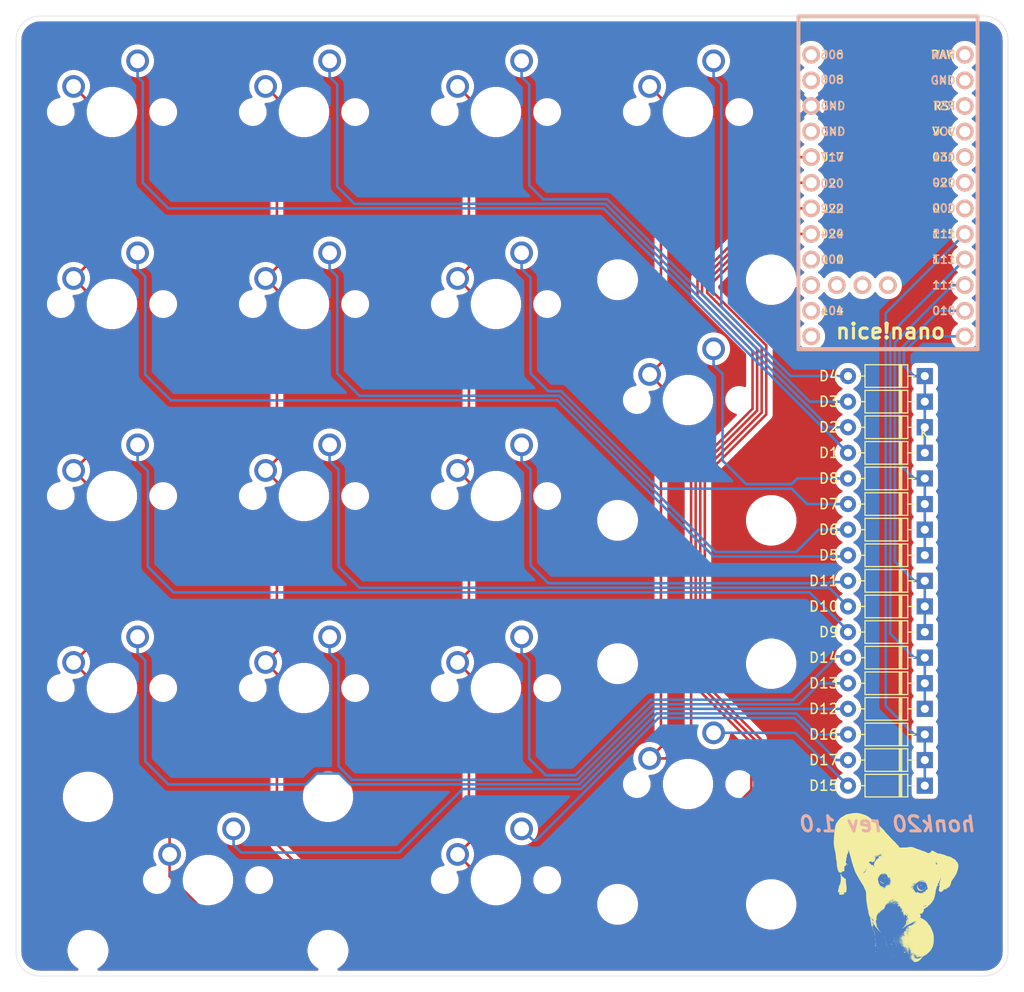
<source format=kicad_pcb>
(kicad_pcb (version 20171130) (host pcbnew "(5.1.4)-1")
  (layers (0 F.Cu signal) (31 B.Cu signal) (34 B.Paste user) (35 F.Paste user) (36 B.SilkS user) (37 F.SilkS user) (38 B.Mask user) (39 F.Mask user) (44 Edge.Cuts user))
  (net 0 "")
  (net 1 "Net-(D1-Pad2)")
  (net 2 ROW0)
  (net 3 "Net-(D2-Pad2)")
  (net 4 "Net-(D3-Pad2)")
  (net 5 "Net-(D4-Pad2)")
  (net 6 "Net-(D5-Pad2)")
  (net 7 ROW1)
  (net 8 "Net-(D6-Pad2)")
  (net 9 "Net-(D7-Pad2)")
  (net 10 "Net-(D8-Pad2)")
  (net 11 "Net-(D9-Pad2)")
  (net 12 ROW2)
  (net 13 "Net-(D10-Pad2)")
  (net 14 "Net-(D11-Pad2)")
  (net 15 "Net-(D12-Pad2)")
  (net 16 ROW3)
  (net 17 "Net-(D13-Pad2)")
  (net 18 "Net-(D14-Pad2)")
  (net 19 "Net-(D15-Pad2)")
  (net 20 "Net-(D16-Pad2)")
  (net 21 ROW4)
  (net 22 "Net-(D17-Pad2)")
  (net 23 COL0)
  (net 24 COL1)
  (net 25 COL2)
  (net 26 COL3)
  (net 27 "Net-(U1-Pad1)")
  (net 28 "Net-(U1-Pad2)")
  (net 29 "Net-(U1-Pad3)")
  (net 30 "Net-(U1-Pad4)")
  (net 31 "Net-(U1-Pad9)")
  (net 32 "Net-(U1-Pad10)")
  (net 33 "Net-(U1-Pad11)")
  (net 34 "Net-(U1-Pad18)")
  (net 35 "Net-(U1-Pad19)")
  (net 36 "Net-(U1-Pad20)")
  (net 37 "Net-(U1-Pad21)")
  (net 38 "Net-(U1-Pad22)")
  (net 39 "Net-(U1-Pad23)")
  (net 40 "Net-(U1-Pad12)")
  (net 41 "Net-(U1-Pad24)")
  (net 42 "Net-(U1-Pad31)")
  (net 43 "Net-(U1-Pad32)")
  (net 44 "Net-(U1-Pad33)")
  (module pcb-art:martinwithball (layer F.Cu) (at 119.0625 117.475)
    (fp_text reference G*** hide)
    (fp_text value LOGO hide)
  )
  (module MX_Only:MXOnly-1U-NoLED (layer F.Cu) (at 98.425 40.48125)
    (fp_text reference MX4)
    (fp_text value MX-NoLED)
    (pad 2 thru_hole circle (at 2.54 -5.08) (size 2.25 2.25) (drill 1.47) (layers *.Cu B.Mask) (net 5 "Net-(D4-Pad2)"))
    (pad "" np_thru_hole circle (at 0 0) (size 3.9878 3.9878) (drill 3.9878) (layers *.Cu *.Mask))
    (pad 1 thru_hole circle (at -3.81 -2.54) (size 2.25 2.25) (drill 1.47) (layers *.Cu B.Mask) (net 26 COL3))
    (pad "" np_thru_hole circle (at -5.08 0 48.0996) (size 1.75 1.75) (drill 1.75) (layers *.Cu *.Mask))
    (pad "" np_thru_hole circle (at 5.08 0 48.0996) (size 1.75 1.75) (drill 1.75) (layers *.Cu *.Mask))
  )
  (module MX_Only:MXOnly-1U-NoLED (layer F.Cu) (at 41.275 59.53125)
    (fp_text reference MX5)
    (fp_text value MX-NoLED)
    (pad 2 thru_hole circle (at 2.54 -5.08) (size 2.25 2.25) (drill 1.47) (layers *.Cu B.Mask) (net 6 "Net-(D5-Pad2)"))
    (pad "" np_thru_hole circle (at 0 0) (size 3.9878 3.9878) (drill 3.9878) (layers *.Cu *.Mask))
    (pad 1 thru_hole circle (at -3.81 -2.54) (size 2.25 2.25) (drill 1.47) (layers *.Cu B.Mask) (net 23 COL0))
    (pad "" np_thru_hole circle (at -5.08 0 48.0996) (size 1.75 1.75) (drill 1.75) (layers *.Cu *.Mask))
    (pad "" np_thru_hole circle (at 5.08 0 48.0996) (size 1.75 1.75) (drill 1.75) (layers *.Cu *.Mask))
  )
  (module MX_Only:MXOnly-2U-VerticalStabilizers-NoLED (layer F.Cu) (at 98.425 69.05625)
    (fp_text reference MX8)
    (fp_text value MX-NoLED hide)
    (pad "" np_thru_hole circle (at -6.985 -11.938 180) (size 3.048 3.048) (drill 3.048) (layers *.Cu *.Mask))
    (pad "" np_thru_hole circle (at -6.985 11.938 90) (size 3.048 3.048) (drill 3.048) (layers *.Cu *.Mask))
    (pad "" np_thru_hole circle (at 5.08 0 48.0996) (size 1.75 1.75) (drill 1.75) (layers *.Cu *.Mask))
    (pad "" np_thru_hole circle (at -5.08 0 48.0996) (size 1.75 1.75) (drill 1.75) (layers *.Cu *.Mask))
    (pad 1 thru_hole circle (at -3.81 -2.54) (size 2.25 2.25) (drill 1.47) (layers *.Cu B.Mask) (net 26 COL3))
    (pad "" np_thru_hole circle (at 0 0) (size 3.9878 3.9878) (drill 3.9878) (layers *.Cu *.Mask))
    (pad 2 thru_hole circle (at 2.54 -5.08) (size 2.25 2.25) (drill 1.47) (layers *.Cu B.Mask) (net 10 "Net-(D8-Pad2)"))
    (pad "" np_thru_hole circle (at 8.255 -11.938 90) (size 3.9878 3.9878) (drill 3.9878) (layers *.Cu *.Mask))
    (pad "" np_thru_hole circle (at 8.255 11.938 90) (size 3.9878 3.9878) (drill 3.9878) (layers *.Cu *.Mask))
  )
  (module MX_Only:MXOnly-2U-ReversedStabilizers-NoLED (layer F.Cu) (at 50.8 116.68125)
    (fp_text reference MX16)
    (fp_text value MX-NoLED)
    (pad 2 thru_hole circle (at 2.54 -5.08) (size 2.25 2.25) (drill 1.47) (layers *.Cu B.Mask) (net 20 "Net-(D16-Pad2)"))
    (pad "" np_thru_hole circle (at 0 0) (size 3.9878 3.9878) (drill 3.9878) (layers *.Cu *.Mask))
    (pad 1 thru_hole circle (at -3.81 -2.54) (size 2.25 2.25) (drill 1.47) (layers *.Cu B.Mask) (net 23 COL0))
    (pad "" np_thru_hole circle (at -5.08 0 48.0996) (size 1.75 1.75) (drill 1.75) (layers *.Cu *.Mask))
    (pad "" np_thru_hole circle (at 5.08 0 48.0996) (size 1.75 1.75) (drill 1.75) (layers *.Cu *.Mask))
    (pad "" np_thru_hole circle (at -11.90625 6.985) (size 3.048 3.048) (drill 3.048) (layers *.Cu *.Mask))
    (pad "" np_thru_hole circle (at 11.90625 6.985) (size 3.048 3.048) (drill 3.048) (layers *.Cu *.Mask))
    (pad "" np_thru_hole circle (at -11.90625 -8.255) (size 3.9878 3.9878) (drill 3.9878) (layers *.Cu *.Mask))
    (pad "" np_thru_hole circle (at 11.90625 -8.255) (size 3.9878 3.9878) (drill 3.9878) (layers *.Cu *.Mask))
  )
  (module nice-nano-kicad:nice_nano (layer F.Cu) (at 118.26875 48.768 270)
    (fp_text reference U1 hide)
    (fp_text value nice_nano hide)
    (fp_text user RST (at -8.89 -5.588) (layer B.SilkS) (effects (font (size 0.8 0.8)) (justify mirror)))
    (fp_text user 006 (at -13.97 5.53719) (layer F.SilkS) (effects (font (size 0.8 0.8))))
    (fp_text user 006 (at -13.97 5.53719) (layer B.SilkS) (effects (font (size 0.8 0.8)) (justify mirror)))
    (fp_text user 008 (at -11.5 5.53719) (layer F.SilkS) (effects (font (size 0.8 0.8))))
    (fp_text user 020 (at -1.2 5.53719) (layer F.SilkS) (effects (font (size 0.8 0.8))))
    (fp_text user 017 (at -3.8 5.53719) (layer F.SilkS) (effects (font (size 0.8 0.8))))
    (fp_text user GND (at -6.35 5.461) (layer F.SilkS) (effects (font (size 0.8 0.8))))
    (fp_text user GND (at -8.89 5.461) (layer F.SilkS) (effects (font (size 0.8 0.8))))
    (fp_text user 022 (at 1.3 5.53719) (layer F.SilkS) (effects (font (size 0.8 0.8))))
    (fp_text user 024 (at 3.81 5.53719) (layer F.SilkS) (effects (font (size 0.8 0.8))))
    (fp_text user 100 (at 6.35 5.53719) (layer F.SilkS) (effects (font (size 0.8 0.8))))
    (fp_text user 104 (at 11.43 5.53719) (layer F.SilkS) (effects (font (size 0.8 0.8))))
    (fp_text user 010 (at 11.43 -5.537191) (layer B.SilkS) (effects (font (size 0.8 0.8)) (justify mirror)))
    (fp_text user 111 (at 8.89 -5.537191) (layer F.SilkS) (effects (font (size 0.8 0.8))))
    (fp_text user 113 (at 6.35 -5.537191) (layer F.SilkS) (effects (font (size 0.8 0.8))))
    (fp_text user 115 (at 3.81 -5.537191) (layer B.SilkS) (effects (font (size 0.8 0.8)) (justify mirror)))
    (fp_text user 002 (at 1.27 -5.537191) (layer B.SilkS) (effects (font (size 0.8 0.8)) (justify mirror)))
    (fp_text user 029 (at -1.27 -5.537191) (layer B.SilkS) (effects (font (size 0.8 0.8)) (justify mirror)))
    (fp_text user 031 (at -3.81 -5.537191) (layer F.SilkS) (effects (font (size 0.8 0.8))))
    (fp_text user VCC (at -6.35 -5.537191) (layer F.SilkS) (effects (font (size 0.8 0.8))))
    (fp_text user RST (at -8.89 -5.588) (layer F.SilkS) (effects (font (size 0.8 0.8))))
    (fp_text user GND (at -11.43 -5.454667) (layer F.SilkS) (effects (font (size 0.8 0.8))))
    (fp_text user RAW (at -13.97 -5.473715) (layer F.SilkS) (effects (font (size 0.8 0.8))))
    (fp_text user RAW (at -13.97 -5.473715) (layer B.SilkS) (effects (font (size 0.8 0.8)) (justify mirror)))
    (fp_text user GND (at -11.43 -5.454667) (layer B.SilkS) (effects (font (size 0.8 0.8)) (justify mirror)))
    (fp_text user VCC (at -6.35 -5.537191) (layer B.SilkS) (effects (font (size 0.8 0.8)) (justify mirror)))
    (fp_text user 031 (at -3.81 -5.537191) (layer B.SilkS) (effects (font (size 0.8 0.8)) (justify mirror)))
    (fp_text user 029 (at -1.27 -5.537191) (layer F.SilkS) (effects (font (size 0.8 0.8))))
    (fp_text user 002 (at 1.27 -5.537191) (layer F.SilkS) (effects (font (size 0.8 0.8))))
    (fp_text user 115 (at 3.81 -5.537191) (layer F.SilkS) (effects (font (size 0.8 0.8))))
    (fp_text user 113 (at 6.35 -5.537191) (layer B.SilkS) (effects (font (size 0.8 0.8)) (justify mirror)))
    (fp_text user 111 (at 8.89 -5.537191) (layer B.SilkS) (effects (font (size 0.8 0.8)) (justify mirror)))
    (fp_text user 010 (at 11.43 -5.537191) (layer F.SilkS) (effects (font (size 0.8 0.8))))
    (fp_text user 104 (at 11.43 5.53719) (layer B.SilkS) (effects (font (size 0.8 0.8)) (justify mirror)))
    (fp_text user 100 (at 6.35 5.53719) (layer B.SilkS) (effects (font (size 0.8 0.8)) (justify mirror)))
    (fp_text user 024 (at 3.8 5.53719) (layer B.SilkS) (effects (font (size 0.8 0.8)) (justify mirror)))
    (fp_text user 022 (at 1.3 5.53719) (layer B.SilkS) (effects (font (size 0.8 0.8)) (justify mirror)))
    (fp_text user GND (at -8.89 5.461) (layer B.SilkS) (effects (font (size 0.8 0.8)) (justify mirror)))
    (fp_text user GND (at -6.35 5.461) (layer B.SilkS) (effects (font (size 0.8 0.8)) (justify mirror)))
    (fp_text user 017 (at -3.81 5.53719) (layer B.SilkS) (effects (font (size 0.8 0.8)) (justify mirror)))
    (fp_text user 020 (at -1.2 5.53719) (layer B.SilkS) (effects (font (size 0.8 0.8)) (justify mirror)))
    (fp_text user 008 (at -11.5 5.53719) (layer B.SilkS) (effects (font (size 0.8 0.8)) (justify mirror)))
    (fp_text user nice!nano (at 13.462 -0.254) (layer F.SilkS) (effects (font (size 1.5 1.5) (thickness 0.3))))
    (pad 33 thru_hole circle (at 8.89 0 270) (size 1.7526 1.7526) (drill 1.0922) (layers *.Cu *.SilkS *.Mask) (net 44 "Net-(U1-Pad33)"))
    (pad 32 thru_hole circle (at 8.89 2.54 270) (size 1.7526 1.7526) (drill 1.0922) (layers *.Cu *.SilkS *.Mask) (net 43 "Net-(U1-Pad32)"))
    (pad 31 thru_hole circle (at 8.89 5.08 270) (size 1.7526 1.7526) (drill 1.0922) (layers *.Cu *.SilkS *.Mask) (net 42 "Net-(U1-Pad31)"))
    (pad 24 thru_hole circle (at -13.97 -7.62 270) (size 1.7526 1.7526) (drill 1.0922) (layers *.Cu *.SilkS *.Mask) (net 41 "Net-(U1-Pad24)"))
    (pad 12 thru_hole circle (at 13.97 7.62 270) (size 1.7526 1.7526) (drill 1.0922) (layers *.Cu *.SilkS *.Mask) (net 40 "Net-(U1-Pad12)"))
    (pad 23 thru_hole circle (at -11.43 -7.62 270) (size 1.7526 1.7526) (drill 1.0922) (layers *.Cu *.SilkS *.Mask) (net 39 "Net-(U1-Pad23)"))
    (pad 22 thru_hole circle (at -8.89 -7.62 270) (size 1.7526 1.7526) (drill 1.0922) (layers *.Cu *.SilkS *.Mask) (net 38 "Net-(U1-Pad22)"))
    (pad 21 thru_hole circle (at -6.35 -7.62 270) (size 1.7526 1.7526) (drill 1.0922) (layers *.Cu *.SilkS *.Mask) (net 37 "Net-(U1-Pad21)"))
    (pad 20 thru_hole circle (at -3.81 -7.62 270) (size 1.7526 1.7526) (drill 1.0922) (layers *.Cu *.SilkS *.Mask) (net 36 "Net-(U1-Pad20)"))
    (pad 19 thru_hole circle (at -1.27 -7.62 270) (size 1.7526 1.7526) (drill 1.0922) (layers *.Cu *.SilkS *.Mask) (net 35 "Net-(U1-Pad19)"))
    (pad 18 thru_hole circle (at 1.27 -7.62 270) (size 1.7526 1.7526) (drill 1.0922) (layers *.Cu *.SilkS *.Mask) (net 34 "Net-(U1-Pad18)"))
    (pad 17 thru_hole circle (at 3.81 -7.62 270) (size 1.7526 1.7526) (drill 1.0922) (layers *.Cu *.SilkS *.Mask) (net 21 ROW4))
    (pad 16 thru_hole circle (at 6.35 -7.62 270) (size 1.7526 1.7526) (drill 1.0922) (layers *.Cu *.SilkS *.Mask) (net 16 ROW3))
    (pad 15 thru_hole circle (at 8.89 -7.62 270) (size 1.7526 1.7526) (drill 1.0922) (layers *.Cu *.SilkS *.Mask) (net 12 ROW2))
    (pad 14 thru_hole circle (at 11.43 -7.62 270) (size 1.7526 1.7526) (drill 1.0922) (layers *.Cu *.SilkS *.Mask) (net 7 ROW1))
    (pad 13 thru_hole circle (at 13.97 -7.62 270) (size 1.7526 1.7526) (drill 1.0922) (layers *.Cu *.SilkS *.Mask) (net 2 ROW0))
    (pad 11 thru_hole circle (at 11.43 7.62 270) (size 1.7526 1.7526) (drill 1.0922) (layers *.Cu *.SilkS *.Mask) (net 33 "Net-(U1-Pad11)"))
    (pad 10 thru_hole circle (at 8.89 7.62 270) (size 1.7526 1.7526) (drill 1.0922) (layers *.Cu *.SilkS *.Mask) (net 32 "Net-(U1-Pad10)"))
    (pad 9 thru_hole circle (at 6.35 7.62 270) (size 1.7526 1.7526) (drill 1.0922) (layers *.Cu *.SilkS *.Mask) (net 31 "Net-(U1-Pad9)"))
    (pad 8 thru_hole circle (at 3.81 7.62 270) (size 1.7526 1.7526) (drill 1.0922) (layers *.Cu *.SilkS *.Mask) (net 23 COL0))
    (pad 7 thru_hole circle (at 1.27 7.62 270) (size 1.7526 1.7526) (drill 1.0922) (layers *.Cu *.SilkS *.Mask) (net 24 COL1))
    (pad 6 thru_hole circle (at -1.27 7.62 270) (size 1.7526 1.7526) (drill 1.0922) (layers *.Cu *.SilkS *.Mask) (net 25 COL2))
    (pad 5 thru_hole circle (at -3.81 7.62 270) (size 1.7526 1.7526) (drill 1.0922) (layers *.Cu *.SilkS *.Mask) (net 26 COL3))
    (pad 4 thru_hole circle (at -6.35 7.62 270) (size 1.7526 1.7526) (drill 1.0922) (layers *.Cu *.SilkS *.Mask) (net 30 "Net-(U1-Pad4)"))
    (pad 3 thru_hole circle (at -8.89 7.62 270) (size 1.7526 1.7526) (drill 1.0922) (layers *.Cu *.SilkS *.Mask) (net 29 "Net-(U1-Pad3)"))
    (pad 2 thru_hole circle (at -11.43 7.62 270) (size 1.7526 1.7526) (drill 1.0922) (layers *.Cu *.SilkS *.Mask) (net 28 "Net-(U1-Pad2)"))
    (pad 1 thru_hole circle (at -13.97 7.62 270) (size 1.7526 1.7526) (drill 1.0922) (layers *.Cu *.SilkS *.Mask) (net 27 "Net-(U1-Pad1)"))
  )
  (module MX_Only:MXOnly-1U-NoLED (layer F.Cu) (at 79.375 116.68125)
    (fp_text reference MX17)
    (fp_text value MX-NoLED)
    (pad 2 thru_hole circle (at 2.54 -5.08) (size 2.25 2.25) (drill 1.47) (layers *.Cu B.Mask) (net 22 "Net-(D17-Pad2)"))
    (pad "" np_thru_hole circle (at 0 0) (size 3.9878 3.9878) (drill 3.9878) (layers *.Cu *.Mask))
    (pad 1 thru_hole circle (at -3.81 -2.54) (size 2.25 2.25) (drill 1.47) (layers *.Cu B.Mask) (net 25 COL2))
    (pad "" np_thru_hole circle (at -5.08 0 48.0996) (size 1.75 1.75) (drill 1.75) (layers *.Cu *.Mask))
    (pad "" np_thru_hole circle (at 5.08 0 48.0996) (size 1.75 1.75) (drill 1.75) (layers *.Cu *.Mask))
  )
  (module MX_Only:MXOnly-2U-VerticalStabilizers-NoLED (layer F.Cu) (at 98.425 107.15625)
    (fp_text reference MX15)
    (fp_text value MX-NoLED hide)
    (pad "" np_thru_hole circle (at -6.985 -11.938 180) (size 3.048 3.048) (drill 3.048) (layers *.Cu *.Mask))
    (pad "" np_thru_hole circle (at -6.985 11.938 90) (size 3.048 3.048) (drill 3.048) (layers *.Cu *.Mask))
    (pad "" np_thru_hole circle (at 5.08 0 48.0996) (size 1.75 1.75) (drill 1.75) (layers *.Cu *.Mask))
    (pad "" np_thru_hole circle (at -5.08 0 48.0996) (size 1.75 1.75) (drill 1.75) (layers *.Cu *.Mask))
    (pad 1 thru_hole circle (at -3.81 -2.54) (size 2.25 2.25) (drill 1.47) (layers *.Cu B.Mask) (net 26 COL3))
    (pad "" np_thru_hole circle (at 0 0) (size 3.9878 3.9878) (drill 3.9878) (layers *.Cu *.Mask))
    (pad 2 thru_hole circle (at 2.54 -5.08) (size 2.25 2.25) (drill 1.47) (layers *.Cu B.Mask) (net 19 "Net-(D15-Pad2)"))
    (pad "" np_thru_hole circle (at 8.255 -11.938 90) (size 3.9878 3.9878) (drill 3.9878) (layers *.Cu *.Mask))
    (pad "" np_thru_hole circle (at 8.255 11.938 90) (size 3.9878 3.9878) (drill 3.9878) (layers *.Cu *.Mask))
  )
  (module MX_Only:MXOnly-1U-NoLED (layer F.Cu) (at 79.375 97.63125)
    (fp_text reference MX14)
    (fp_text value MX-NoLED)
    (pad 2 thru_hole circle (at 2.54 -5.08) (size 2.25 2.25) (drill 1.47) (layers *.Cu B.Mask) (net 18 "Net-(D14-Pad2)"))
    (pad "" np_thru_hole circle (at 0 0) (size 3.9878 3.9878) (drill 3.9878) (layers *.Cu *.Mask))
    (pad 1 thru_hole circle (at -3.81 -2.54) (size 2.25 2.25) (drill 1.47) (layers *.Cu B.Mask) (net 25 COL2))
    (pad "" np_thru_hole circle (at -5.08 0 48.0996) (size 1.75 1.75) (drill 1.75) (layers *.Cu *.Mask))
    (pad "" np_thru_hole circle (at 5.08 0 48.0996) (size 1.75 1.75) (drill 1.75) (layers *.Cu *.Mask))
  )
  (module MX_Only:MXOnly-1U-NoLED (layer F.Cu) (at 60.325 97.63125)
    (fp_text reference MX13)
    (fp_text value MX-NoLED)
    (pad 2 thru_hole circle (at 2.54 -5.08) (size 2.25 2.25) (drill 1.47) (layers *.Cu B.Mask) (net 17 "Net-(D13-Pad2)"))
    (pad "" np_thru_hole circle (at 0 0) (size 3.9878 3.9878) (drill 3.9878) (layers *.Cu *.Mask))
    (pad 1 thru_hole circle (at -3.81 -2.54) (size 2.25 2.25) (drill 1.47) (layers *.Cu B.Mask) (net 24 COL1))
    (pad "" np_thru_hole circle (at -5.08 0 48.0996) (size 1.75 1.75) (drill 1.75) (layers *.Cu *.Mask))
    (pad "" np_thru_hole circle (at 5.08 0 48.0996) (size 1.75 1.75) (drill 1.75) (layers *.Cu *.Mask))
  )
  (module MX_Only:MXOnly-1U-NoLED (layer F.Cu) (at 41.275 97.63125)
    (fp_text reference MX12)
    (fp_text value MX-NoLED)
    (pad 2 thru_hole circle (at 2.54 -5.08) (size 2.25 2.25) (drill 1.47) (layers *.Cu B.Mask) (net 15 "Net-(D12-Pad2)"))
    (pad "" np_thru_hole circle (at 0 0) (size 3.9878 3.9878) (drill 3.9878) (layers *.Cu *.Mask))
    (pad 1 thru_hole circle (at -3.81 -2.54) (size 2.25 2.25) (drill 1.47) (layers *.Cu B.Mask) (net 23 COL0))
    (pad "" np_thru_hole circle (at -5.08 0 48.0996) (size 1.75 1.75) (drill 1.75) (layers *.Cu *.Mask))
    (pad "" np_thru_hole circle (at 5.08 0 48.0996) (size 1.75 1.75) (drill 1.75) (layers *.Cu *.Mask))
  )
  (module MX_Only:MXOnly-1U-NoLED (layer F.Cu) (at 79.375 78.58125)
    (fp_text reference MX11)
    (fp_text value MX-NoLED)
    (pad 2 thru_hole circle (at 2.54 -5.08) (size 2.25 2.25) (drill 1.47) (layers *.Cu B.Mask) (net 14 "Net-(D11-Pad2)"))
    (pad "" np_thru_hole circle (at 0 0) (size 3.9878 3.9878) (drill 3.9878) (layers *.Cu *.Mask))
    (pad 1 thru_hole circle (at -3.81 -2.54) (size 2.25 2.25) (drill 1.47) (layers *.Cu B.Mask) (net 25 COL2))
    (pad "" np_thru_hole circle (at -5.08 0 48.0996) (size 1.75 1.75) (drill 1.75) (layers *.Cu *.Mask))
    (pad "" np_thru_hole circle (at 5.08 0 48.0996) (size 1.75 1.75) (drill 1.75) (layers *.Cu *.Mask))
  )
  (module MX_Only:MXOnly-1U-NoLED (layer F.Cu) (at 60.325 78.58125)
    (fp_text reference MX10)
    (fp_text value MX-NoLED)
    (pad 2 thru_hole circle (at 2.54 -5.08) (size 2.25 2.25) (drill 1.47) (layers *.Cu B.Mask) (net 13 "Net-(D10-Pad2)"))
    (pad "" np_thru_hole circle (at 0 0) (size 3.9878 3.9878) (drill 3.9878) (layers *.Cu *.Mask))
    (pad 1 thru_hole circle (at -3.81 -2.54) (size 2.25 2.25) (drill 1.47) (layers *.Cu B.Mask) (net 24 COL1))
    (pad "" np_thru_hole circle (at -5.08 0 48.0996) (size 1.75 1.75) (drill 1.75) (layers *.Cu *.Mask))
    (pad "" np_thru_hole circle (at 5.08 0 48.0996) (size 1.75 1.75) (drill 1.75) (layers *.Cu *.Mask))
  )
  (module MX_Only:MXOnly-1U-NoLED (layer F.Cu) (at 41.275 78.58125)
    (fp_text reference MX9)
    (fp_text value MX-NoLED)
    (pad 2 thru_hole circle (at 2.54 -5.08) (size 2.25 2.25) (drill 1.47) (layers *.Cu B.Mask) (net 11 "Net-(D9-Pad2)"))
    (pad "" np_thru_hole circle (at 0 0) (size 3.9878 3.9878) (drill 3.9878) (layers *.Cu *.Mask))
    (pad 1 thru_hole circle (at -3.81 -2.54) (size 2.25 2.25) (drill 1.47) (layers *.Cu B.Mask) (net 23 COL0))
    (pad "" np_thru_hole circle (at -5.08 0 48.0996) (size 1.75 1.75) (drill 1.75) (layers *.Cu *.Mask))
    (pad "" np_thru_hole circle (at 5.08 0 48.0996) (size 1.75 1.75) (drill 1.75) (layers *.Cu *.Mask))
  )
  (module MX_Only:MXOnly-1U-NoLED (layer F.Cu) (at 79.375 59.53125)
    (fp_text reference MX7)
    (fp_text value MX-NoLED)
    (pad 2 thru_hole circle (at 2.54 -5.08) (size 2.25 2.25) (drill 1.47) (layers *.Cu B.Mask) (net 9 "Net-(D7-Pad2)"))
    (pad "" np_thru_hole circle (at 0 0) (size 3.9878 3.9878) (drill 3.9878) (layers *.Cu *.Mask))
    (pad 1 thru_hole circle (at -3.81 -2.54) (size 2.25 2.25) (drill 1.47) (layers *.Cu B.Mask) (net 25 COL2))
    (pad "" np_thru_hole circle (at -5.08 0 48.0996) (size 1.75 1.75) (drill 1.75) (layers *.Cu *.Mask))
    (pad "" np_thru_hole circle (at 5.08 0 48.0996) (size 1.75 1.75) (drill 1.75) (layers *.Cu *.Mask))
  )
  (module MX_Only:MXOnly-1U-NoLED (layer F.Cu) (at 60.325 59.53125)
    (fp_text reference MX6)
    (fp_text value MX-NoLED)
    (pad 2 thru_hole circle (at 2.54 -5.08) (size 2.25 2.25) (drill 1.47) (layers *.Cu B.Mask) (net 8 "Net-(D6-Pad2)"))
    (pad "" np_thru_hole circle (at 0 0) (size 3.9878 3.9878) (drill 3.9878) (layers *.Cu *.Mask))
    (pad 1 thru_hole circle (at -3.81 -2.54) (size 2.25 2.25) (drill 1.47) (layers *.Cu B.Mask) (net 24 COL1))
    (pad "" np_thru_hole circle (at -5.08 0 48.0996) (size 1.75 1.75) (drill 1.75) (layers *.Cu *.Mask))
    (pad "" np_thru_hole circle (at 5.08 0 48.0996) (size 1.75 1.75) (drill 1.75) (layers *.Cu *.Mask))
  )
  (module MX_Only:MXOnly-1U-NoLED (layer F.Cu) (at 79.375 40.48125)
    (fp_text reference MX3)
    (fp_text value MX-NoLED)
    (pad 2 thru_hole circle (at 2.54 -5.08) (size 2.25 2.25) (drill 1.47) (layers *.Cu B.Mask) (net 4 "Net-(D3-Pad2)"))
    (pad "" np_thru_hole circle (at 0 0) (size 3.9878 3.9878) (drill 3.9878) (layers *.Cu *.Mask))
    (pad 1 thru_hole circle (at -3.81 -2.54) (size 2.25 2.25) (drill 1.47) (layers *.Cu B.Mask) (net 25 COL2))
    (pad "" np_thru_hole circle (at -5.08 0 48.0996) (size 1.75 1.75) (drill 1.75) (layers *.Cu *.Mask))
    (pad "" np_thru_hole circle (at 5.08 0 48.0996) (size 1.75 1.75) (drill 1.75) (layers *.Cu *.Mask))
  )
  (module MX_Only:MXOnly-1U-NoLED (layer F.Cu) (at 60.325 40.48125)
    (fp_text reference MX2)
    (fp_text value MX-NoLED)
    (pad 2 thru_hole circle (at 2.54 -5.08) (size 2.25 2.25) (drill 1.47) (layers *.Cu B.Mask) (net 3 "Net-(D2-Pad2)"))
    (pad "" np_thru_hole circle (at 0 0) (size 3.9878 3.9878) (drill 3.9878) (layers *.Cu *.Mask))
    (pad 1 thru_hole circle (at -3.81 -2.54) (size 2.25 2.25) (drill 1.47) (layers *.Cu B.Mask) (net 24 COL1))
    (pad "" np_thru_hole circle (at -5.08 0 48.0996) (size 1.75 1.75) (drill 1.75) (layers *.Cu *.Mask))
    (pad "" np_thru_hole circle (at 5.08 0 48.0996) (size 1.75 1.75) (drill 1.75) (layers *.Cu *.Mask))
  )
  (module MX_Only:MXOnly-1U-NoLED (layer F.Cu) (at 41.275 40.48125)
    (fp_text reference MX1)
    (fp_text value MX-NoLED)
    (pad 2 thru_hole circle (at 2.54 -5.08) (size 2.25 2.25) (drill 1.47) (layers *.Cu B.Mask) (net 1 "Net-(D1-Pad2)"))
    (pad "" np_thru_hole circle (at 0 0) (size 3.9878 3.9878) (drill 3.9878) (layers *.Cu *.Mask))
    (pad 1 thru_hole circle (at -3.81 -2.54) (size 2.25 2.25) (drill 1.47) (layers *.Cu B.Mask) (net 23 COL0))
    (pad "" np_thru_hole circle (at -5.08 0 48.0996) (size 1.75 1.75) (drill 1.75) (layers *.Cu *.Mask))
    (pad "" np_thru_hole circle (at 5.08 0 48.0996) (size 1.75 1.75) (drill 1.75) (layers *.Cu *.Mask))
  )
  (module Diode_THT:D_DO-35_SOD27_P7.62mm_Horizontal (layer F.Cu) (at 121.92 104.775 180)
    (fp_text reference D17 (at 10.033 0) (layer F.SilkS))
    (fp_text value 1N4148 hide)
    (pad 1 thru_hole rect (at 0 0 180) (size 1.6 1.6) (drill 0.8) (layers *.Cu *.Mask) (net 21 ROW4))
    (pad 2 thru_hole oval (at 7.62 0 180) (size 1.6 1.6) (drill 0.8) (layers *.Cu *.Mask) (net 22 "Net-(D17-Pad2)"))
  )
  (module Diode_THT:D_DO-35_SOD27_P7.62mm_Horizontal (layer F.Cu) (at 121.92 102.235 180)
    (fp_text reference D16 (at 10.033 0) (layer F.SilkS))
    (fp_text value 1N4148 hide)
    (pad 1 thru_hole rect (at 0 0 180) (size 1.6 1.6) (drill 0.8) (layers *.Cu *.Mask) (net 21 ROW4))
    (pad 2 thru_hole oval (at 7.62 0 180) (size 1.6 1.6) (drill 0.8) (layers *.Cu *.Mask) (net 20 "Net-(D16-Pad2)"))
  )
  (module Diode_THT:D_DO-35_SOD27_P7.62mm_Horizontal (layer F.Cu) (at 121.92 107.315 180)
    (fp_text reference D15 (at 10.033 0) (layer F.SilkS))
    (fp_text value 1N4148 hide)
    (pad 1 thru_hole rect (at 0 0 180) (size 1.6 1.6) (drill 0.8) (layers *.Cu *.Mask) (net 21 ROW4))
    (pad 2 thru_hole oval (at 7.62 0 180) (size 1.6 1.6) (drill 0.8) (layers *.Cu *.Mask) (net 19 "Net-(D15-Pad2)"))
  )
  (module Diode_THT:D_DO-35_SOD27_P7.62mm_Horizontal (layer F.Cu) (at 121.92 94.615 180)
    (fp_text reference D14 (at 10.033 0) (layer F.SilkS))
    (fp_text value 1N4148 hide)
    (pad 1 thru_hole rect (at 0 0 180) (size 1.6 1.6) (drill 0.8) (layers *.Cu *.Mask) (net 16 ROW3))
    (pad 2 thru_hole oval (at 7.62 0 180) (size 1.6 1.6) (drill 0.8) (layers *.Cu *.Mask) (net 18 "Net-(D14-Pad2)"))
  )
  (module Diode_THT:D_DO-35_SOD27_P7.62mm_Horizontal (layer F.Cu) (at 121.92 97.155 180)
    (fp_text reference D13 (at 10.033 0) (layer F.SilkS))
    (fp_text value 1N4148 hide)
    (pad 1 thru_hole rect (at 0 0 180) (size 1.6 1.6) (drill 0.8) (layers *.Cu *.Mask) (net 16 ROW3))
    (pad 2 thru_hole oval (at 7.62 0 180) (size 1.6 1.6) (drill 0.8) (layers *.Cu *.Mask) (net 17 "Net-(D13-Pad2)"))
  )
  (module Diode_THT:D_DO-35_SOD27_P7.62mm_Horizontal (layer F.Cu) (at 121.92 99.695 180)
    (fp_text reference D12 (at 10.033 0) (layer F.SilkS))
    (fp_text value 1N4148 hide)
    (pad 1 thru_hole rect (at 0 0 180) (size 1.6 1.6) (drill 0.8) (layers *.Cu *.Mask) (net 16 ROW3))
    (pad 2 thru_hole oval (at 7.62 0 180) (size 1.6 1.6) (drill 0.8) (layers *.Cu *.Mask) (net 15 "Net-(D12-Pad2)"))
  )
  (module Diode_THT:D_DO-35_SOD27_P7.62mm_Horizontal (layer F.Cu) (at 121.92 86.995 180)
    (fp_text reference D11 (at 10.033 0) (layer F.SilkS))
    (fp_text value 1N4148 hide)
    (pad 1 thru_hole rect (at 0 0 180) (size 1.6 1.6) (drill 0.8) (layers *.Cu *.Mask) (net 12 ROW2))
    (pad 2 thru_hole oval (at 7.62 0 180) (size 1.6 1.6) (drill 0.8) (layers *.Cu *.Mask) (net 14 "Net-(D11-Pad2)"))
  )
  (module Diode_THT:D_DO-35_SOD27_P7.62mm_Horizontal (layer F.Cu) (at 121.92 89.535 180)
    (fp_text reference D10 (at 10.033 0) (layer F.SilkS))
    (fp_text value 1N4148 hide)
    (pad 1 thru_hole rect (at 0 0 180) (size 1.6 1.6) (drill 0.8) (layers *.Cu *.Mask) (net 12 ROW2))
    (pad 2 thru_hole oval (at 7.62 0 180) (size 1.6 1.6) (drill 0.8) (layers *.Cu *.Mask) (net 13 "Net-(D10-Pad2)"))
  )
  (module Diode_THT:D_DO-35_SOD27_P7.62mm_Horizontal (layer F.Cu) (at 121.92 92.075 180)
    (fp_text reference D9 (at 9.525 0) (layer F.SilkS))
    (fp_text value 1N4148 hide)
    (pad 1 thru_hole rect (at 0 0 180) (size 1.6 1.6) (drill 0.8) (layers *.Cu *.Mask) (net 12 ROW2))
    (pad 2 thru_hole oval (at 7.62 0 180) (size 1.6 1.6) (drill 0.8) (layers *.Cu *.Mask) (net 11 "Net-(D9-Pad2)"))
  )
  (module Diode_THT:D_DO-35_SOD27_P7.62mm_Horizontal (layer F.Cu) (at 121.92 76.835 180)
    (fp_text reference D8 (at 9.525 0) (layer F.SilkS))
    (fp_text value 1N4148 hide)
    (pad 1 thru_hole rect (at 0 0 180) (size 1.6 1.6) (drill 0.8) (layers *.Cu *.Mask) (net 7 ROW1))
    (pad 2 thru_hole oval (at 7.62 0 180) (size 1.6 1.6) (drill 0.8) (layers *.Cu *.Mask) (net 10 "Net-(D8-Pad2)"))
  )
  (module Diode_THT:D_DO-35_SOD27_P7.62mm_Horizontal (layer F.Cu) (at 121.92 79.375 180)
    (fp_text reference D7 (at 9.525 0) (layer F.SilkS))
    (fp_text value 1N4148 hide)
    (pad 1 thru_hole rect (at 0 0 180) (size 1.6 1.6) (drill 0.8) (layers *.Cu *.Mask) (net 7 ROW1))
    (pad 2 thru_hole oval (at 7.62 0 180) (size 1.6 1.6) (drill 0.8) (layers *.Cu *.Mask) (net 9 "Net-(D7-Pad2)"))
  )
  (module Diode_THT:D_DO-35_SOD27_P7.62mm_Horizontal (layer F.Cu) (at 121.92 81.915 180)
    (fp_text reference D6 (at 9.525 0) (layer F.SilkS))
    (fp_text value 1N4148 hide)
    (pad 1 thru_hole rect (at 0 0 180) (size 1.6 1.6) (drill 0.8) (layers *.Cu *.Mask) (net 7 ROW1))
    (pad 2 thru_hole oval (at 7.62 0 180) (size 1.6 1.6) (drill 0.8) (layers *.Cu *.Mask) (net 8 "Net-(D6-Pad2)"))
  )
  (module Diode_THT:D_DO-35_SOD27_P7.62mm_Horizontal (layer F.Cu) (at 121.92 84.455 180)
    (fp_text reference D5 (at 9.525 0) (layer F.SilkS))
    (fp_text value 1N4148 hide)
    (pad 1 thru_hole rect (at 0 0 180) (size 1.6 1.6) (drill 0.8) (layers *.Cu *.Mask) (net 7 ROW1))
    (pad 2 thru_hole oval (at 7.62 0 180) (size 1.6 1.6) (drill 0.8) (layers *.Cu *.Mask) (net 6 "Net-(D5-Pad2)"))
  )
  (module Diode_THT:D_DO-35_SOD27_P7.62mm_Horizontal (layer F.Cu) (at 121.92 66.675 180)
    (fp_text reference D4 (at 9.525 0) (layer F.SilkS))
    (fp_text value 1N4148 hide)
    (pad 1 thru_hole rect (at 0 0 180) (size 1.6 1.6) (drill 0.8) (layers *.Cu *.Mask) (net 2 ROW0))
    (pad 2 thru_hole oval (at 7.62 0 180) (size 1.6 1.6) (drill 0.8) (layers *.Cu *.Mask) (net 5 "Net-(D4-Pad2)"))
  )
  (module Diode_THT:D_DO-35_SOD27_P7.62mm_Horizontal (layer F.Cu) (at 121.92 69.215 180)
    (fp_text reference D3 (at 9.525 0) (layer F.SilkS))
    (fp_text value 1N4148 hide)
    (pad 1 thru_hole rect (at 0 0 180) (size 1.6 1.6) (drill 0.8) (layers *.Cu *.Mask) (net 2 ROW0))
    (pad 2 thru_hole oval (at 7.62 0 180) (size 1.6 1.6) (drill 0.8) (layers *.Cu *.Mask) (net 4 "Net-(D3-Pad2)"))
  )
  (module Diode_THT:D_DO-35_SOD27_P7.62mm_Horizontal (layer F.Cu) (at 121.92 71.755 180)
    (fp_text reference D2 (at 9.525 0) (layer F.SilkS))
    (fp_text value 1N4148 hide)
    (pad 1 thru_hole rect (at 0 0 180) (size 1.6 1.6) (drill 0.8) (layers *.Cu *.Mask) (net 2 ROW0))
    (pad 2 thru_hole oval (at 7.62 0 180) (size 1.6 1.6) (drill 0.8) (layers *.Cu *.Mask) (net 3 "Net-(D2-Pad2)"))
  )
  (module Diode_THT:D_DO-35_SOD27_P7.62mm_Horizontal (layer F.Cu) (at 121.92 74.295 180)
    (fp_text reference D1 (at 9.525 0) (layer F.SilkS))
    (fp_text value 1N4148 hide)
    (fp_text user K (at 0 1.905) (layer F.SilkS))
    (pad 1 thru_hole rect (at 0 0 180) (size 1.6 1.6) (drill 0.8) (layers *.Cu *.Mask) (net 2 ROW0))
    (pad 2 thru_hole oval (at 7.62 0 180) (size 1.6 1.6) (drill 0.8) (layers *.Cu *.Mask) (net 1 "Net-(D1-Pad2)"))
  )
  (gr_text "honk20 rev 1.0\n" (at 118.26875 111.125) (layer B.SilkS) (effects (font (size 1.5 1.5) (thickness 0.3) italic) (justify mirror)))
  (gr_line (start 31.75 33.3375) (end 31.75 123.825) (layer Edge.Cuts) (width 0.05))
  (gr_line (start 130.175 123.825) (end 130.175 33.3375) (layer Edge.Cuts) (width 0.05))
  (gr_arc (start 127.79375 123.825) (end 127.79375 126.20625) (angle -90) (layer Edge.Cuts) (width 0.05))
  (gr_line (start 34.13125 126.20625) (end 127.79375 126.20625) (layer Edge.Cuts) (width 0.05))
  (gr_arc (start 127.79375 33.3375) (end 130.175 33.3375) (angle -90) (layer Edge.Cuts) (width 0.05))
  (gr_line (start 34.13125 30.95625) (end 127.79375 30.95625) (layer Edge.Cuts) (width 0.05))
  (gr_arc (start 34.13125 123.825) (end 31.75 123.825) (angle -90) (layer Edge.Cuts) (width 0.05))
  (gr_arc (start 34.13125 33.3375) (end 34.13125 30.95625) (angle -90) (layer Edge.Cuts) (width 0.05))
  (segment (start 43.815 36.99224) (end 44.323 37.50024) (width 0.254) (layer B.Cu) (net 1))
  (segment (start 43.815 35.40125) (end 43.815 36.99224) (width 0.254) (layer B.Cu) (net 1))
  (segment (start 44.323 37.50024) (end 44.323 47.498) (width 0.254) (layer B.Cu) (net 1))
  (segment (start 44.323 47.498) (end 46.863 50.038) (width 0.254) (layer B.Cu) (net 1))
  (segment (start 90.043 50.038) (end 114.3 74.295) (width 0.254) (layer B.Cu) (net 1))
  (segment (start 46.863 50.038) (end 90.043 50.038) (width 0.254) (layer B.Cu) (net 1))
  (segment (start 121.92 66.675) (end 121.92 74.295) (width 0.254) (layer B.Cu) (net 2))
  (segment (start 120.866 66.675) (end 119.85625 65.66525) (width 0.254) (layer B.Cu) (net 2))
  (segment (start 121.92 66.675) (end 120.866 66.675) (width 0.254) (layer B.Cu) (net 2))
  (segment (start 119.85625 65.66525) (end 119.85625 64.29375) (width 0.254) (layer B.Cu) (net 2))
  (segment (start 119.85625 64.29375) (end 121.44375 62.70625) (width 0.254) (layer B.Cu) (net 2))
  (segment (start 121.4755 62.738) (end 125.88875 62.738) (width 0.254) (layer B.Cu) (net 2))
  (segment (start 121.44375 62.70625) (end 121.4755 62.738) (width 0.254) (layer B.Cu) (net 2))
  (segment (start 113.16863 71.755) (end 114.3 71.755) (width 0.254) (layer B.Cu) (net 3))
  (segment (start 62.865 35.40125) (end 62.865 36.99224) (width 0.254) (layer B.Cu) (net 3))
  (segment (start 112.402067 71.755) (end 113.16863 71.755) (width 0.254) (layer B.Cu) (net 3))
  (segment (start 62.865 36.99224) (end 63.627 37.75424) (width 0.254) (layer B.Cu) (net 3))
  (segment (start 63.627 37.75424) (end 63.627 47.879) (width 0.254) (layer B.Cu) (net 3))
  (segment (start 63.627 47.879) (end 65.33199 49.58399) (width 0.254) (layer B.Cu) (net 3))
  (segment (start 65.33199 49.58399) (end 90.231057 49.58399) (width 0.254) (layer B.Cu) (net 3))
  (segment (start 90.231057 49.58399) (end 112.402067 71.755) (width 0.254) (layer B.Cu) (net 3))
  (segment (start 81.915 35.40125) (end 81.915 36.99224) (width 0.254) (layer B.Cu) (net 4))
  (segment (start 81.915 36.99224) (end 82.677 37.75424) (width 0.254) (layer B.Cu) (net 4))
  (segment (start 82.677 37.75424) (end 82.677 47.752) (width 0.254) (layer B.Cu) (net 4))
  (segment (start 82.677 47.752) (end 84.05498 49.12998) (width 0.254) (layer B.Cu) (net 4))
  (segment (start 110.504132 69.215) (end 113.16863 69.215) (width 0.254) (layer B.Cu) (net 4))
  (segment (start 84.05498 49.12998) (end 90.419112 49.12998) (width 0.254) (layer B.Cu) (net 4))
  (segment (start 113.16863 69.215) (end 114.3 69.215) (width 0.254) (layer B.Cu) (net 4))
  (segment (start 90.419112 49.12998) (end 110.504132 69.215) (width 0.254) (layer B.Cu) (net 4))
  (segment (start 100.965 36.99224) (end 101.727 37.75424) (width 0.254) (layer B.Cu) (net 5))
  (segment (start 100.965 35.40125) (end 100.965 36.99224) (width 0.254) (layer B.Cu) (net 5))
  (segment (start 101.727 37.75424) (end 101.727 59.795802) (width 0.254) (layer B.Cu) (net 5))
  (segment (start 108.606198 66.675) (end 114.3 66.675) (width 0.254) (layer B.Cu) (net 5))
  (segment (start 101.727 59.795802) (end 108.606198 66.675) (width 0.254) (layer B.Cu) (net 5))
  (segment (start 43.815 56.04224) (end 44.577 56.80424) (width 0.254) (layer B.Cu) (net 6))
  (segment (start 43.815 54.45125) (end 43.815 56.04224) (width 0.254) (layer B.Cu) (net 6))
  (segment (start 44.577 56.80424) (end 44.577 66.548) (width 0.254) (layer B.Cu) (net 6))
  (segment (start 44.577 66.548) (end 47.117 69.088) (width 0.254) (layer B.Cu) (net 6))
  (segment (start 47.117 69.088) (end 85.471 69.088) (width 0.254) (layer B.Cu) (net 6))
  (segment (start 100.965 84.582) (end 114.3 84.582) (width 0.254) (layer B.Cu) (net 6))
  (segment (start 85.471 69.088) (end 100.965 84.582) (width 0.254) (layer B.Cu) (net 6))
  (segment (start 121.92 76.835) (end 121.92 84.582) (width 0.254) (layer B.Cu) (net 7))
  (segment (start 124.649475 60.198) (end 125.88875 60.198) (width 0.254) (layer B.Cu) (net 7))
  (segment (start 123.309933 60.198) (end 124.649475 60.198) (width 0.254) (layer B.Cu) (net 7))
  (segment (start 119.40224 64.105693) (end 123.309933 60.198) (width 0.254) (layer B.Cu) (net 7))
  (segment (start 119.40224 75.37124) (end 119.40224 64.105693) (width 0.254) (layer B.Cu) (net 7))
  (segment (start 120.866 76.835) (end 119.40224 75.37124) (width 0.254) (layer B.Cu) (net 7))
  (segment (start 121.92 76.835) (end 120.866 76.835) (width 0.254) (layer B.Cu) (net 7))
  (segment (start 62.865 56.04224) (end 63.627 56.80424) (width 0.254) (layer B.Cu) (net 8))
  (segment (start 62.865 54.45125) (end 62.865 56.04224) (width 0.254) (layer B.Cu) (net 8))
  (segment (start 85.659057 68.63399) (end 101.153057 84.12799) (width 0.254) (layer B.Cu) (net 8))
  (segment (start 101.153057 84.12799) (end 109.16601 84.12799) (width 0.254) (layer B.Cu) (net 8))
  (segment (start 111.379 81.915) (end 114.3 81.915) (width 0.254) (layer B.Cu) (net 8))
  (segment (start 109.16601 84.12799) (end 111.379 81.915) (width 0.254) (layer B.Cu) (net 8))
  (segment (start 63.627 56.80424) (end 63.627 66.421) (width 0.254) (layer B.Cu) (net 8))
  (segment (start 65.83999 68.63399) (end 85.659057 68.63399) (width 0.254) (layer B.Cu) (net 8))
  (segment (start 63.627 66.421) (end 65.83999 68.63399) (width 0.254) (layer B.Cu) (net 8))
  (segment (start 81.915 56.04224) (end 82.804 56.93124) (width 0.254) (layer B.Cu) (net 9))
  (segment (start 81.915 54.45125) (end 81.915 56.04224) (width 0.254) (layer B.Cu) (net 9))
  (segment (start 85.847114 68.17998) (end 95.518134 77.851) (width 0.254) (layer B.Cu) (net 9))
  (segment (start 95.518134 77.851) (end 108.712 77.851) (width 0.254) (layer B.Cu) (net 9))
  (segment (start 110.236 79.375) (end 114.3 79.375) (width 0.254) (layer B.Cu) (net 9))
  (segment (start 108.712 77.851) (end 110.236 79.375) (width 0.254) (layer B.Cu) (net 9))
  (segment (start 82.804 56.93124) (end 82.804 66.421) (width 0.254) (layer B.Cu) (net 9))
  (segment (start 84.56298 68.17998) (end 85.847114 68.17998) (width 0.254) (layer B.Cu) (net 9))
  (segment (start 82.804 66.421) (end 84.56298 68.17998) (width 0.254) (layer B.Cu) (net 9))
  (segment (start 100.965 65.56724) (end 101.854 66.45624) (width 0.254) (layer B.Cu) (net 10))
  (segment (start 100.965 63.97625) (end 100.965 65.56724) (width 0.254) (layer B.Cu) (net 10))
  (segment (start 101.854 66.45624) (end 101.854 75.057) (width 0.254) (layer B.Cu) (net 10))
  (segment (start 101.854 75.057) (end 104.19399 77.39699) (width 0.254) (layer B.Cu) (net 10))
  (segment (start 104.19399 77.39699) (end 108.712 77.39699) (width 0.254) (layer B.Cu) (net 10))
  (segment (start 109.27399 76.835) (end 114.3 76.835) (width 0.254) (layer B.Cu) (net 10))
  (segment (start 108.712 77.39699) (end 109.27399 76.835) (width 0.254) (layer B.Cu) (net 10))
  (segment (start 110.49 88.138) (end 114.3 91.948) (width 0.254) (layer B.Cu) (net 11))
  (segment (start 47.371 88.138) (end 110.49 88.138) (width 0.254) (layer B.Cu) (net 11))
  (segment (start 44.831 85.598) (end 47.371 88.138) (width 0.254) (layer B.Cu) (net 11))
  (segment (start 44.831 76.10824) (end 44.831 85.598) (width 0.254) (layer B.Cu) (net 11))
  (segment (start 43.815 73.50125) (end 43.815 75.09224) (width 0.254) (layer B.Cu) (net 11))
  (segment (start 43.815 75.09224) (end 44.831 76.10824) (width 0.254) (layer B.Cu) (net 11))
  (segment (start 121.92 87.122) (end 121.92 91.948) (width 0.254) (layer B.Cu) (net 12))
  (segment (start 124.649475 57.658) (end 125.88875 57.658) (width 0.254) (layer B.Cu) (net 12))
  (segment (start 118.94823 63.359245) (end 124.649475 57.658) (width 0.254) (layer B.Cu) (net 12))
  (segment (start 118.94823 85.07723) (end 118.94823 63.359245) (width 0.254) (layer B.Cu) (net 12))
  (segment (start 120.866 86.995) (end 118.94823 85.07723) (width 0.254) (layer B.Cu) (net 12))
  (segment (start 121.92 86.995) (end 120.866 86.995) (width 0.254) (layer B.Cu) (net 12))
  (segment (start 62.865 75.09224) (end 63.754 75.98124) (width 0.254) (layer B.Cu) (net 13))
  (segment (start 62.865 73.50125) (end 62.865 75.09224) (width 0.254) (layer B.Cu) (net 13))
  (segment (start 63.754 75.98124) (end 63.754 85.598) (width 0.254) (layer B.Cu) (net 13))
  (segment (start 63.754 85.598) (end 65.83999 87.68399) (width 0.254) (layer B.Cu) (net 13))
  (segment (start 112.44899 87.68399) (end 114.3 89.535) (width 0.254) (layer B.Cu) (net 13))
  (segment (start 65.83999 87.68399) (end 112.44899 87.68399) (width 0.254) (layer B.Cu) (net 13))
  (segment (start 81.915 75.09224) (end 82.804 75.98124) (width 0.254) (layer B.Cu) (net 14))
  (segment (start 81.915 73.50125) (end 81.915 75.09224) (width 0.254) (layer B.Cu) (net 14))
  (segment (start 82.804 75.98124) (end 82.804 85.471) (width 0.254) (layer B.Cu) (net 14))
  (segment (start 82.804 85.471) (end 84.56298 87.22998) (width 0.254) (layer B.Cu) (net 14))
  (segment (start 84.56298 87.22998) (end 112.395 87.22998) (width 0.254) (layer B.Cu) (net 14))
  (segment (start 112.50298 87.122) (end 114.3 87.122) (width 0.254) (layer B.Cu) (net 14))
  (segment (start 112.395 87.22998) (end 112.50298 87.122) (width 0.254) (layer B.Cu) (net 14))
  (segment (start 95.123 99.695) (end 114.3 99.695) (width 0.254) (layer B.Cu) (net 15))
  (segment (start 87.63 107.188) (end 95.123 99.695) (width 0.254) (layer B.Cu) (net 15))
  (segment (start 64.902934 107.188) (end 87.63 107.188) (width 0.254) (layer B.Cu) (net 15))
  (segment (start 61.592217 106.105349) (end 63.820283 106.105349) (width 0.254) (layer B.Cu) (net 15))
  (segment (start 43.815 94.14224) (end 44.577 94.90424) (width 0.254) (layer B.Cu) (net 15))
  (segment (start 43.815 92.55125) (end 43.815 94.14224) (width 0.254) (layer B.Cu) (net 15))
  (segment (start 44.577 94.90424) (end 44.577 104.902) (width 0.254) (layer B.Cu) (net 15))
  (segment (start 44.577 104.902) (end 46.863 107.188) (width 0.254) (layer B.Cu) (net 15))
  (segment (start 63.820283 106.105349) (end 64.902934 107.188) (width 0.254) (layer B.Cu) (net 15))
  (segment (start 46.863 107.188) (end 60.509566 107.188) (width 0.254) (layer B.Cu) (net 15))
  (segment (start 60.509566 107.188) (end 61.592217 106.105349) (width 0.254) (layer B.Cu) (net 15))
  (segment (start 121.92 95.542) (end 121.92 99.695) (width 0.254) (layer B.Cu) (net 16))
  (segment (start 121.92 94.488) (end 121.92 95.542) (width 0.254) (layer B.Cu) (net 16))
  (segment (start 125.012451 55.994299) (end 125.88875 55.118) (width 0.254) (layer B.Cu) (net 16))
  (segment (start 118.49422 62.51253) (end 125.012451 55.994299) (width 0.254) (layer B.Cu) (net 16))
  (segment (start 118.49422 92.24322) (end 118.49422 62.51253) (width 0.254) (layer B.Cu) (net 16))
  (segment (start 120.866 94.615) (end 118.49422 92.24322) (width 0.254) (layer B.Cu) (net 16))
  (segment (start 121.92 94.615) (end 120.866 94.615) (width 0.254) (layer B.Cu) (net 16))
  (segment (start 111.506 97.155) (end 114.3 97.155) (width 0.254) (layer B.Cu) (net 17))
  (segment (start 109.42001 99.24099) (end 111.506 97.155) (width 0.254) (layer B.Cu) (net 17))
  (segment (start 94.934943 99.24099) (end 109.42001 99.24099) (width 0.254) (layer B.Cu) (net 17))
  (segment (start 62.865 94.14224) (end 63.754 95.03124) (width 0.254) (layer B.Cu) (net 17))
  (segment (start 62.865 92.55125) (end 62.865 94.14224) (width 0.254) (layer B.Cu) (net 17))
  (segment (start 63.754 95.03124) (end 63.754 105.396999) (width 0.254) (layer B.Cu) (net 17))
  (segment (start 63.754 105.396999) (end 65.09099 106.73399) (width 0.254) (layer B.Cu) (net 17))
  (segment (start 65.09099 106.73399) (end 87.441944 106.73399) (width 0.254) (layer B.Cu) (net 17))
  (segment (start 87.441944 106.73399) (end 94.934943 99.24099) (width 0.254) (layer B.Cu) (net 17))
  (segment (start 94.746886 98.78698) (end 108.86965 98.78698) (width 0.254) (layer B.Cu) (net 18))
  (segment (start 113.16863 94.488) (end 114.3 94.488) (width 0.254) (layer B.Cu) (net 18))
  (segment (start 81.915 94.14224) (end 82.677 94.90424) (width 0.254) (layer B.Cu) (net 18))
  (segment (start 82.677 94.90424) (end 82.677 104.648) (width 0.254) (layer B.Cu) (net 18))
  (segment (start 82.677 104.648) (end 84.30898 106.27998) (width 0.254) (layer B.Cu) (net 18))
  (segment (start 81.915 92.55125) (end 81.915 94.14224) (width 0.254) (layer B.Cu) (net 18))
  (segment (start 84.30898 106.27998) (end 87.253887 106.27998) (width 0.254) (layer B.Cu) (net 18))
  (segment (start 108.86965 98.78698) (end 113.16863 94.488) (width 0.254) (layer B.Cu) (net 18))
  (segment (start 87.253887 106.27998) (end 94.746886 98.78698) (width 0.254) (layer B.Cu) (net 18))
  (segment (start 109.06125 102.07625) (end 114.3 107.315) (width 0.254) (layer B.Cu) (net 19))
  (segment (start 100.965 102.07625) (end 109.06125 102.07625) (width 0.254) (layer B.Cu) (net 19))
  (segment (start 111.252 102.235) (end 114.3 102.235) (width 0.254) (layer B.Cu) (net 20))
  (segment (start 109.16601 100.14901) (end 111.252 102.235) (width 0.254) (layer B.Cu) (net 20))
  (segment (start 95.311056 100.14901) (end 109.16601 100.14901) (width 0.254) (layer B.Cu) (net 20))
  (segment (start 53.34 113.19224) (end 54.102 113.95424) (width 0.254) (layer B.Cu) (net 20))
  (segment (start 53.34 111.60125) (end 53.34 113.19224) (width 0.254) (layer B.Cu) (net 20))
  (segment (start 54.102 113.95424) (end 69.75824 113.95424) (width 0.254) (layer B.Cu) (net 20))
  (segment (start 69.75824 113.95424) (end 76.07047 107.64201) (width 0.254) (layer B.Cu) (net 20))
  (segment (start 88.08401 107.376056) (end 95.311056 100.14901) (width 0.254) (layer B.Cu) (net 20))
  (segment (start 76.07047 107.64201) (end 87.818057 107.64201) (width 0.254) (layer B.Cu) (net 20))
  (segment (start 87.818057 107.64201) (end 88.08401 107.376056) (width 0.254) (layer B.Cu) (net 20))
  (segment (start 121.92 103.289) (end 121.92 107.315) (width 0.254) (layer B.Cu) (net 21))
  (segment (start 121.92 102.235) (end 121.92 103.289) (width 0.254) (layer B.Cu) (net 21))
  (segment (start 125.012451 53.454299) (end 125.88875 52.578) (width 0.254) (layer B.Cu) (net 21))
  (segment (start 118.04021 60.42654) (end 125.012451 53.454299) (width 0.254) (layer B.Cu) (net 21))
  (segment (start 118.04021 99.40921) (end 118.04021 60.42654) (width 0.254) (layer B.Cu) (net 21))
  (segment (start 120.866 102.235) (end 118.04021 99.40921) (width 0.254) (layer B.Cu) (net 21))
  (segment (start 121.92 102.235) (end 120.866 102.235) (width 0.254) (layer B.Cu) (net 21))
  (segment (start 81.915 111.60125) (end 83.039999 112.726249) (width 0.254) (layer B.Cu) (net 22))
  (segment (start 83.039999 112.726249) (end 83.375883 112.726249) (width 0.254) (layer B.Cu) (net 22))
  (segment (start 113.16863 104.775) (end 114.3 104.775) (width 0.254) (layer B.Cu) (net 22))
  (segment (start 83.375883 112.726249) (end 95.499112 100.60302) (width 0.254) (layer B.Cu) (net 22))
  (segment (start 95.499112 100.60302) (end 108.977954 100.60302) (width 0.254) (layer B.Cu) (net 22))
  (segment (start 108.977954 100.60302) (end 113.149934 104.775) (width 0.254) (layer B.Cu) (net 22))
  (segment (start 113.149934 104.775) (end 113.16863 104.775) (width 0.254) (layer B.Cu) (net 22))
  (segment (start 38.589999 55.866251) (end 37.465 56.99125) (width 0.254) (layer F.Cu) (net 23))
  (segment (start 38.589999 39.066249) (end 38.589999 55.866251) (width 0.254) (layer F.Cu) (net 23))
  (segment (start 37.465 37.94125) (end 38.589999 39.066249) (width 0.254) (layer F.Cu) (net 23))
  (segment (start 38.589999 74.916251) (end 37.465 76.04125) (width 0.254) (layer F.Cu) (net 23))
  (segment (start 38.589999 58.116249) (end 38.589999 74.916251) (width 0.254) (layer F.Cu) (net 23))
  (segment (start 37.465 56.99125) (end 38.589999 58.116249) (width 0.254) (layer F.Cu) (net 23))
  (segment (start 38.589999 93.966251) (end 37.465 95.09125) (width 0.254) (layer F.Cu) (net 23))
  (segment (start 38.589999 77.166249) (end 38.589999 93.966251) (width 0.254) (layer F.Cu) (net 23))
  (segment (start 37.465 76.04125) (end 38.589999 77.166249) (width 0.254) (layer F.Cu) (net 23))
  (segment (start 46.99 110.363) (end 46.99 114.14125) (width 0.254) (layer F.Cu) (net 23))
  (segment (start 37.465 95.09125) (end 37.465 96.012) (width 0.254) (layer F.Cu) (net 23))
  (segment (start 98.462335 115.26201) (end 98.728288 114.996056) (width 0.254) (layer F.Cu) (net 23))
  (segment (start 105.615021 103.056) (end 105.615019 102.679886) (width 0.254) (layer F.Cu) (net 23))
  (segment (start 105.678132 52.578) (end 110.64875 52.578) (width 0.254) (layer F.Cu) (net 23))
  (segment (start 100.09502 76.576112) (end 106.19102 70.480114) (width 0.254) (layer F.Cu) (net 23))
  (segment (start 84.135057 120.85001) (end 89.723056 115.26201) (width 0.254) (layer F.Cu) (net 23))
  (segment (start 106.19102 70.480114) (end 106.19102 64.007999) (width 0.254) (layer F.Cu) (net 23))
  (segment (start 51.533826 120.85001) (end 84.135057 120.85001) (width 0.254) (layer F.Cu) (net 23))
  (segment (start 46.99 114.14125) (end 46.99 116.306184) (width 0.254) (layer F.Cu) (net 23))
  (segment (start 46.99 116.306184) (end 51.533826 120.85001) (width 0.254) (layer F.Cu) (net 23))
  (segment (start 98.728288 114.996056) (end 105.615021 108.109325) (width 0.254) (layer F.Cu) (net 23))
  (segment (start 105.615021 108.109325) (end 105.615021 103.056) (width 0.254) (layer F.Cu) (net 23))
  (segment (start 105.615019 102.679886) (end 100.09502 97.159888) (width 0.254) (layer F.Cu) (net 23))
  (segment (start 100.78401 58.224878) (end 100.78401 57.472122) (width 0.254) (layer F.Cu) (net 23))
  (segment (start 100.78401 57.472122) (end 105.678132 52.578) (width 0.254) (layer F.Cu) (net 23))
  (segment (start 100.09502 97.159888) (end 100.09502 76.576112) (width 0.254) (layer F.Cu) (net 23))
  (segment (start 106.19102 64.007999) (end 106.191018 63.631885) (width 0.254) (layer F.Cu) (net 23))
  (segment (start 89.723056 115.26201) (end 98.462335 115.26201) (width 0.254) (layer F.Cu) (net 23))
  (segment (start 106.191018 63.631885) (end 100.78401 58.224878) (width 0.254) (layer F.Cu) (net 23))
  (segment (start 38.589999 101.962999) (end 46.99 110.363) (width 0.254) (layer F.Cu) (net 23))
  (segment (start 38.589999 96.216249) (end 38.589999 101.962999) (width 0.254) (layer F.Cu) (net 23))
  (segment (start 37.465 95.09125) (end 38.589999 96.216249) (width 0.254) (layer F.Cu) (net 23))
  (segment (start 57.639999 55.866251) (end 56.515 56.99125) (width 0.254) (layer F.Cu) (net 24))
  (segment (start 57.639999 39.066249) (end 57.639999 55.866251) (width 0.254) (layer F.Cu) (net 24))
  (segment (start 56.515 37.94125) (end 57.639999 39.066249) (width 0.254) (layer F.Cu) (net 24))
  (segment (start 57.639999 74.916251) (end 56.515 76.04125) (width 0.254) (layer F.Cu) (net 24))
  (segment (start 57.639999 58.116249) (end 57.639999 74.916251) (width 0.254) (layer F.Cu) (net 24))
  (segment (start 56.515 56.99125) (end 57.639999 58.116249) (width 0.254) (layer F.Cu) (net 24))
  (segment (start 57.639999 93.966251) (end 56.515 95.09125) (width 0.254) (layer F.Cu) (net 24))
  (segment (start 57.639999 77.166249) (end 57.639999 93.966251) (width 0.254) (layer F.Cu) (net 24))
  (segment (start 56.515 76.04125) (end 57.639999 77.166249) (width 0.254) (layer F.Cu) (net 24))
  (segment (start 57.639999 96.216249) (end 57.639999 113.138999) (width 0.254) (layer F.Cu) (net 24))
  (segment (start 56.515 95.09125) (end 57.639999 96.216249) (width 0.254) (layer F.Cu) (net 24))
  (segment (start 57.639999 113.138999) (end 64.897 120.396) (width 0.254) (layer F.Cu) (net 24))
  (segment (start 64.897 120.396) (end 83.947 120.396) (width 0.254) (layer F.Cu) (net 24))
  (segment (start 83.947 120.396) (end 89.535 114.808) (width 0.254) (layer F.Cu) (net 24))
  (segment (start 105.161011 102.867944) (end 104.895057 102.601991) (width 0.254) (layer F.Cu) (net 24))
  (segment (start 105.161011 107.921268) (end 105.161011 102.867944) (width 0.254) (layer F.Cu) (net 24))
  (segment (start 89.535 114.808) (end 98.274278 114.808) (width 0.254) (layer F.Cu) (net 24))
  (segment (start 98.274278 114.808) (end 105.161011 107.921268) (width 0.254) (layer F.Cu) (net 24))
  (segment (start 104.895057 102.601991) (end 99.64101 97.347944) (width 0.254) (layer F.Cu) (net 24))
  (segment (start 105.73701 63.819943) (end 105.471056 63.55399) (width 0.254) (layer F.Cu) (net 24))
  (segment (start 105.73701 70.292057) (end 105.73701 63.819943) (width 0.254) (layer F.Cu) (net 24))
  (segment (start 99.64101 97.347944) (end 99.64101 76.388056) (width 0.254) (layer F.Cu) (net 24))
  (segment (start 99.64101 76.388056) (end 105.73701 70.292057) (width 0.254) (layer F.Cu) (net 24))
  (segment (start 100.33 58.412934) (end 100.33 57.284066) (width 0.254) (layer F.Cu) (net 24))
  (segment (start 105.471056 63.55399) (end 100.33 58.412934) (width 0.254) (layer F.Cu) (net 24))
  (segment (start 107.576066 50.038) (end 110.64875 50.038) (width 0.254) (layer F.Cu) (net 24))
  (segment (start 100.33 57.284066) (end 107.576066 50.038) (width 0.254) (layer F.Cu) (net 24))
  (segment (start 76.689999 55.866251) (end 75.565 56.99125) (width 0.254) (layer F.Cu) (net 25))
  (segment (start 76.689999 39.066249) (end 76.689999 55.866251) (width 0.254) (layer F.Cu) (net 25))
  (segment (start 75.565 37.94125) (end 76.689999 39.066249) (width 0.254) (layer F.Cu) (net 25))
  (segment (start 76.689999 74.916251) (end 75.565 76.04125) (width 0.254) (layer F.Cu) (net 25))
  (segment (start 76.689999 58.116249) (end 76.689999 74.916251) (width 0.254) (layer F.Cu) (net 25))
  (segment (start 75.565 56.99125) (end 76.689999 58.116249) (width 0.254) (layer F.Cu) (net 25))
  (segment (start 76.689999 93.966251) (end 75.565 95.09125) (width 0.254) (layer F.Cu) (net 25))
  (segment (start 76.689999 77.166249) (end 76.689999 93.966251) (width 0.254) (layer F.Cu) (net 25))
  (segment (start 75.565 76.04125) (end 76.689999 77.166249) (width 0.254) (layer F.Cu) (net 25))
  (segment (start 76.689999 113.016251) (end 75.565 114.14125) (width 0.254) (layer F.Cu) (net 25))
  (segment (start 76.689999 96.216249) (end 76.689999 113.016251) (width 0.254) (layer F.Cu) (net 25))
  (segment (start 75.565 95.09125) (end 76.689999 96.216249) (width 0.254) (layer F.Cu) (net 25))
  (segment (start 109.093 47.814475) (end 109.409475 47.498) (width 0.254) (layer F.Cu) (net 25))
  (segment (start 89.346943 114.35399) (end 98.086222 114.35399) (width 0.254) (layer F.Cu) (net 25))
  (segment (start 77.65099 119.94199) (end 83.758944 119.94199) (width 0.254) (layer F.Cu) (net 25))
  (segment (start 109.409475 47.498) (end 110.64875 47.498) (width 0.254) (layer F.Cu) (net 25))
  (segment (start 83.758944 119.94199) (end 89.346943 114.35399) (width 0.254) (layer F.Cu) (net 25))
  (segment (start 76.689999 118.980999) (end 77.65099 119.94199) (width 0.254) (layer F.Cu) (net 25))
  (segment (start 109.093 47.879) (end 109.093 47.814475) (width 0.254) (layer F.Cu) (net 25))
  (segment (start 99.822 58.547) (end 99.822 57.15) (width 0.254) (layer F.Cu) (net 25))
  (segment (start 75.565 114.14125) (end 76.689999 115.266249) (width 0.254) (layer F.Cu) (net 25))
  (segment (start 76.689999 115.266249) (end 76.689999 118.980999) (width 0.254) (layer F.Cu) (net 25))
  (segment (start 99.822 57.15) (end 109.093 47.879) (width 0.254) (layer F.Cu) (net 25))
  (segment (start 98.086222 114.35399) (end 104.707001 107.733211) (width 0.254) (layer F.Cu) (net 25))
  (segment (start 104.707001 107.733211) (end 104.707001 103.056001) (width 0.254) (layer F.Cu) (net 25))
  (segment (start 99.187 76.2) (end 105.283 70.104) (width 0.254) (layer F.Cu) (net 25))
  (segment (start 104.707001 103.056001) (end 99.187 97.536) (width 0.254) (layer F.Cu) (net 25))
  (segment (start 99.187 97.536) (end 99.187 76.2) (width 0.254) (layer F.Cu) (net 25))
  (segment (start 105.283 64.008) (end 99.822 58.547) (width 0.254) (layer F.Cu) (net 25))
  (segment (start 105.283 70.104) (end 105.283 64.008) (width 0.254) (layer F.Cu) (net 25))
  (segment (start 95.739999 65.391251) (end 94.615 66.51625) (width 0.254) (layer F.Cu) (net 26))
  (segment (start 94.615 37.94125) (end 95.739999 39.066249) (width 0.254) (layer F.Cu) (net 26))
  (segment (start 95.739999 103.491251) (end 94.615 104.61625) (width 0.254) (layer F.Cu) (net 26))
  (segment (start 95.739999 67.641249) (end 95.739999 103.491251) (width 0.254) (layer F.Cu) (net 26))
  (segment (start 94.615 66.51625) (end 95.739999 67.641249) (width 0.254) (layer F.Cu) (net 26))
  (segment (start 95.739999 39.066249) (end 95.739999 65.391251) (width 0.254) (layer F.Cu) (net 26))
  (segment (start 107.696 46.101) (end 108.839 44.958) (width 0.254) (layer F.Cu) (net 26))
  (segment (start 108.839 44.958) (end 110.64875 44.958) (width 0.254) (layer F.Cu) (net 26))
  (segment (start 99.633944 56.69599) (end 107.696 48.633934) (width 0.254) (layer F.Cu) (net 26))
  (segment (start 99.36799 56.961943) (end 99.633944 56.69599) (width 0.254) (layer F.Cu) (net 26))
  (segment (start 99.36799 58.735057) (end 99.36799 56.961943) (width 0.254) (layer F.Cu) (net 26))
  (segment (start 104.82899 64.196056) (end 99.36799 58.735057) (width 0.254) (layer F.Cu) (net 26))
  (segment (start 96.20599 104.61625) (end 98.73299 102.08925) (width 0.254) (layer F.Cu) (net 26))
  (segment (start 107.696 48.633934) (end 107.696 46.101) (width 0.254) (layer F.Cu) (net 26))
  (segment (start 94.615 104.61625) (end 96.20599 104.61625) (width 0.254) (layer F.Cu) (net 26))
  (segment (start 98.73299 102.08925) (end 98.73299 76.011943) (width 0.254) (layer F.Cu) (net 26))
  (segment (start 98.73299 76.011943) (end 98.998944 75.74599) (width 0.254) (layer F.Cu) (net 26))
  (segment (start 98.998944 75.74599) (end 104.82899 69.915944) (width 0.254) (layer F.Cu) (net 26))
  (segment (start 104.82899 69.915944) (end 104.82899 64.196056) (width 0.254) (layer F.Cu) (net 26))
  (zone (net 29) (net_name "Net-(U1-Pad3)") (layer F.Cu) (connect_pads (clearance 0.508)) (min_thickness 0.254) (fill yes (arc_segments 32) (thermal_gap 0.508) (thermal_bridge_width 0.508))
    (polygon (pts (xy 30.1625 29.36875) (xy 30.1625 127.79375) (xy 131.7625 127.79375) (xy 131.7625 29.36875)))
  )
  (zone (net 29) (net_name "Net-(U1-Pad3)") (layer B.Cu) (connect_pads (clearance 0.508)) (min_thickness 0.254) (fill yes (arc_segments 32) (thermal_gap 0.508) (thermal_bridge_width 0.508))
    (polygon (pts (xy 30.1625 29.36875) (xy 30.1625 127.79375) (xy 131.7625 127.79375) (xy 131.7625 29.36875)))
  )
)
</source>
